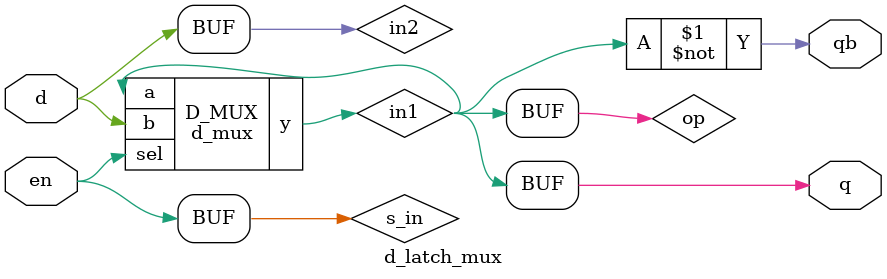
<source format=v>
module d_mux(input a,b,sel,output reg y);

always @(*)
begin
case(sel)

1'b0:y=a;
1'b1:y=b;

endcase
end
endmodule

module d_latch_mux(input d,en, output reg q, output reg qb);

wire in1,in2;
wire s_in;
wire op;

assign in1=q;
assign in2=d;
assign s_in=en;

d_mux D_MUX(in1,in2,s_in,op);

assign q=op;
assign qb=~op;

endmodule
</source>
